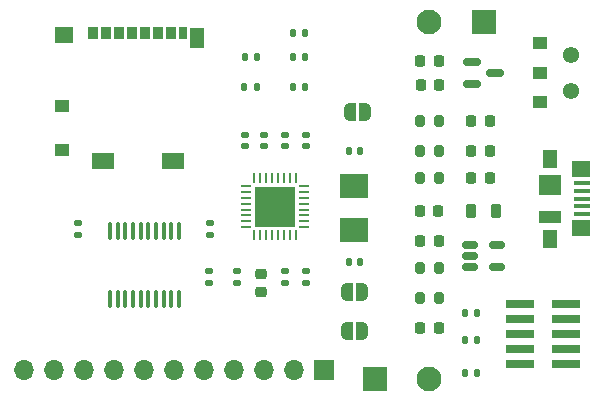
<source format=gbr>
%TF.GenerationSoftware,KiCad,Pcbnew,7.0.5*%
%TF.CreationDate,2023-10-10T15:43:23+02:00*%
%TF.ProjectId,sharp-ce140f-emul_v2,73686172-702d-4636-9531-3430662d656d,rev?*%
%TF.SameCoordinates,Original*%
%TF.FileFunction,Soldermask,Top*%
%TF.FilePolarity,Negative*%
%FSLAX46Y46*%
G04 Gerber Fmt 4.6, Leading zero omitted, Abs format (unit mm)*
G04 Created by KiCad (PCBNEW 7.0.5) date 2023-10-10 15:43:23*
%MOMM*%
%LPD*%
G01*
G04 APERTURE LIST*
G04 Aperture macros list*
%AMRoundRect*
0 Rectangle with rounded corners*
0 $1 Rounding radius*
0 $2 $3 $4 $5 $6 $7 $8 $9 X,Y pos of 4 corners*
0 Add a 4 corners polygon primitive as box body*
4,1,4,$2,$3,$4,$5,$6,$7,$8,$9,$2,$3,0*
0 Add four circle primitives for the rounded corners*
1,1,$1+$1,$2,$3*
1,1,$1+$1,$4,$5*
1,1,$1+$1,$6,$7*
1,1,$1+$1,$8,$9*
0 Add four rect primitives between the rounded corners*
20,1,$1+$1,$2,$3,$4,$5,0*
20,1,$1+$1,$4,$5,$6,$7,0*
20,1,$1+$1,$6,$7,$8,$9,0*
20,1,$1+$1,$8,$9,$2,$3,0*%
%AMFreePoly0*
4,1,19,0.500000,-0.750000,0.000000,-0.750000,0.000000,-0.744911,-0.071157,-0.744911,-0.207708,-0.704816,-0.327430,-0.627875,-0.420627,-0.520320,-0.479746,-0.390866,-0.500000,-0.250000,-0.500000,0.250000,-0.479746,0.390866,-0.420627,0.520320,-0.327430,0.627875,-0.207708,0.704816,-0.071157,0.744911,0.000000,0.744911,0.000000,0.750000,0.500000,0.750000,0.500000,-0.750000,0.500000,-0.750000,
$1*%
%AMFreePoly1*
4,1,19,0.000000,0.744911,0.071157,0.744911,0.207708,0.704816,0.327430,0.627875,0.420627,0.520320,0.479746,0.390866,0.500000,0.250000,0.500000,-0.250000,0.479746,-0.390866,0.420627,-0.520320,0.327430,-0.627875,0.207708,-0.704816,0.071157,-0.744911,0.000000,-0.744911,0.000000,-0.750000,-0.500000,-0.750000,-0.500000,0.750000,0.000000,0.750000,0.000000,0.744911,0.000000,0.744911,
$1*%
G04 Aperture macros list end*
%ADD10RoundRect,0.225000X-0.250000X0.225000X-0.250000X-0.225000X0.250000X-0.225000X0.250000X0.225000X0*%
%ADD11RoundRect,0.140000X-0.140000X-0.170000X0.140000X-0.170000X0.140000X0.170000X-0.140000X0.170000X0*%
%ADD12RoundRect,0.140000X0.170000X-0.140000X0.170000X0.140000X-0.170000X0.140000X-0.170000X-0.140000X0*%
%ADD13RoundRect,0.140000X-0.170000X0.140000X-0.170000X-0.140000X0.170000X-0.140000X0.170000X0.140000X0*%
%ADD14RoundRect,0.225000X-0.225000X-0.250000X0.225000X-0.250000X0.225000X0.250000X-0.225000X0.250000X0*%
%ADD15RoundRect,0.218750X0.218750X0.256250X-0.218750X0.256250X-0.218750X-0.256250X0.218750X-0.256250X0*%
%ADD16RoundRect,0.218750X-0.218750X-0.256250X0.218750X-0.256250X0.218750X0.256250X-0.218750X0.256250X0*%
%ADD17RoundRect,0.218750X-0.218750X-0.381250X0.218750X-0.381250X0.218750X0.381250X-0.218750X0.381250X0*%
%ADD18R,1.700000X1.700000*%
%ADD19O,1.700000X1.700000*%
%ADD20FreePoly0,180.000000*%
%ADD21FreePoly1,180.000000*%
%ADD22RoundRect,0.147500X-0.172500X0.147500X-0.172500X-0.147500X0.172500X-0.147500X0.172500X0.147500X0*%
%ADD23RoundRect,0.135000X-0.185000X0.135000X-0.185000X-0.135000X0.185000X-0.135000X0.185000X0.135000X0*%
%ADD24RoundRect,0.200000X0.200000X0.275000X-0.200000X0.275000X-0.200000X-0.275000X0.200000X-0.275000X0*%
%ADD25RoundRect,0.100000X-0.100000X0.637500X-0.100000X-0.637500X0.100000X-0.637500X0.100000X0.637500X0*%
%ADD26R,2.400000X2.000000*%
%ADD27RoundRect,0.250001X-0.799999X-0.799999X0.799999X-0.799999X0.799999X0.799999X-0.799999X0.799999X0*%
%ADD28C,2.100000*%
%ADD29R,1.380000X0.450000*%
%ADD30R,1.300000X1.650000*%
%ADD31R,1.550000X1.425000*%
%ADD32R,1.900000X1.800000*%
%ADD33R,1.900000X1.000000*%
%ADD34RoundRect,0.135000X-0.135000X-0.185000X0.135000X-0.185000X0.135000X0.185000X-0.135000X0.185000X0*%
%ADD35FreePoly0,0.000000*%
%ADD36FreePoly1,0.000000*%
%ADD37RoundRect,0.250001X0.799999X0.799999X-0.799999X0.799999X-0.799999X-0.799999X0.799999X-0.799999X0*%
%ADD38RoundRect,0.135000X0.135000X0.185000X-0.135000X0.185000X-0.135000X-0.185000X0.135000X-0.185000X0*%
%ADD39RoundRect,0.150000X-0.587500X-0.150000X0.587500X-0.150000X0.587500X0.150000X-0.587500X0.150000X0*%
%ADD40R,1.200000X1.000000*%
%ADD41C,1.381000*%
%ADD42RoundRect,0.200000X-0.200000X-0.275000X0.200000X-0.275000X0.200000X0.275000X-0.200000X0.275000X0*%
%ADD43RoundRect,0.062500X-0.062500X0.375000X-0.062500X-0.375000X0.062500X-0.375000X0.062500X0.375000X0*%
%ADD44RoundRect,0.062500X-0.375000X0.062500X-0.375000X-0.062500X0.375000X-0.062500X0.375000X0.062500X0*%
%ADD45R,3.450000X3.450000*%
%ADD46R,0.850000X1.100000*%
%ADD47R,0.750000X1.100000*%
%ADD48R,1.170000X1.800000*%
%ADD49R,1.900000X1.350000*%
%ADD50R,1.550000X1.350000*%
%ADD51R,2.400000X0.740000*%
%ADD52RoundRect,0.150000X-0.512500X-0.150000X0.512500X-0.150000X0.512500X0.150000X-0.512500X0.150000X0*%
G04 APERTURE END LIST*
D10*
%TO.C,C1*%
X156210000Y-110731000D03*
X156210000Y-112281000D03*
%TD*%
D11*
%TO.C,C2*%
X163604000Y-109728000D03*
X164564000Y-109728000D03*
%TD*%
D12*
%TO.C,C3*%
X159998000Y-99928000D03*
X159998000Y-98968000D03*
%TD*%
%TO.C,C4*%
X151892000Y-107414000D03*
X151892000Y-106454000D03*
%TD*%
D13*
%TO.C,C5*%
X154178000Y-110518000D03*
X154178000Y-111478000D03*
%TD*%
D11*
%TO.C,C6*%
X163604000Y-100330000D03*
X164564000Y-100330000D03*
%TD*%
D13*
%TO.C,C7*%
X151780000Y-110518000D03*
X151780000Y-111478000D03*
%TD*%
D14*
%TO.C,C10*%
X169684500Y-94728000D03*
X171234500Y-94728000D03*
%TD*%
%TO.C,C11*%
X169659000Y-107936000D03*
X171209000Y-107936000D03*
%TD*%
D15*
%TO.C,D1*%
X171221500Y-115302000D03*
X169646500Y-115302000D03*
%TD*%
D16*
%TO.C,D2*%
X173964500Y-102602000D03*
X175539500Y-102602000D03*
%TD*%
D17*
%TO.C,FB1*%
X173943500Y-105396000D03*
X176068500Y-105396000D03*
%TD*%
D18*
%TO.C,J2*%
X161544000Y-118872000D03*
D19*
X159004000Y-118872000D03*
X156464000Y-118872000D03*
X153924000Y-118872000D03*
X151384000Y-118872000D03*
X148844000Y-118872000D03*
X146304000Y-118872000D03*
X143764000Y-118872000D03*
X141224000Y-118872000D03*
X138684000Y-118872000D03*
X136144000Y-118872000D03*
%TD*%
D20*
%TO.C,JP1*%
X164988000Y-97028000D03*
D21*
X163688000Y-97028000D03*
%TD*%
D22*
%TO.C,L1*%
X154806000Y-98963000D03*
X154806000Y-99933000D03*
%TD*%
D23*
%TO.C,R1*%
X160020000Y-110488000D03*
X160020000Y-111508000D03*
%TD*%
%TO.C,R2*%
X140718000Y-106424000D03*
X140718000Y-107444000D03*
%TD*%
D24*
%TO.C,R3*%
X171259000Y-112762000D03*
X169609000Y-112762000D03*
%TD*%
D25*
%TO.C,U1*%
X149229000Y-107119500D03*
X148579000Y-107119500D03*
X147929000Y-107119500D03*
X147279000Y-107119500D03*
X146629000Y-107119500D03*
X145979000Y-107119500D03*
X145329000Y-107119500D03*
X144679000Y-107119500D03*
X144029000Y-107119500D03*
X143379000Y-107119500D03*
X143379000Y-112844500D03*
X144029000Y-112844500D03*
X144679000Y-112844500D03*
X145329000Y-112844500D03*
X145979000Y-112844500D03*
X146629000Y-112844500D03*
X147279000Y-112844500D03*
X147929000Y-112844500D03*
X148579000Y-112844500D03*
X149229000Y-112844500D03*
%TD*%
D26*
%TO.C,Y1*%
X164084000Y-107006000D03*
X164084000Y-103306000D03*
%TD*%
D27*
%TO.C,J1*%
X165834000Y-119634000D03*
D28*
X170434000Y-119634000D03*
%TD*%
D23*
%TO.C,R4*%
X158242000Y-110488000D03*
X158242000Y-111508000D03*
%TD*%
D29*
%TO.C,J3*%
X183324000Y-103066000D03*
X183324000Y-103716000D03*
X183324000Y-104366000D03*
X183324000Y-105016000D03*
X183324000Y-105666000D03*
D30*
X180664000Y-100991000D03*
D31*
X183239000Y-106853500D03*
D32*
X180664000Y-103216000D03*
D33*
X180664000Y-105916000D03*
D31*
X183239000Y-101878500D03*
D30*
X180664000Y-107741000D03*
%TD*%
D34*
%TO.C,R16*%
X173480000Y-119126000D03*
X174500000Y-119126000D03*
%TD*%
D35*
%TO.C,JP2*%
X163434000Y-112268000D03*
D36*
X164734000Y-112268000D03*
%TD*%
D24*
%TO.C,R7*%
X171259000Y-100316000D03*
X169609000Y-100316000D03*
%TD*%
D37*
%TO.C,J5*%
X175020000Y-89408000D03*
D28*
X170420000Y-89408000D03*
%TD*%
D11*
%TO.C,C13*%
X158898000Y-90304000D03*
X159858000Y-90304000D03*
%TD*%
D38*
%TO.C,R9*%
X155798000Y-92336000D03*
X154778000Y-92336000D03*
%TD*%
D12*
%TO.C,C8*%
X158220000Y-99928000D03*
X158220000Y-98968000D03*
%TD*%
D14*
%TO.C,C14*%
X169646000Y-105396000D03*
X171196000Y-105396000D03*
%TD*%
D38*
%TO.C,R10*%
X159888000Y-94876000D03*
X158868000Y-94876000D03*
%TD*%
D39*
%TO.C,U5*%
X174068500Y-92776000D03*
X174068500Y-94676000D03*
X175943500Y-93726000D03*
%TD*%
D40*
%TO.C,SW1*%
X179814000Y-96212000D03*
X179814000Y-93712000D03*
X179814000Y-91212000D03*
D41*
X182414000Y-95212000D03*
X182414000Y-92212000D03*
%TD*%
D15*
%TO.C,D3*%
X175539500Y-100316000D03*
X173964500Y-100316000D03*
%TD*%
D34*
%TO.C,R13*%
X173480000Y-116332000D03*
X174500000Y-116332000D03*
%TD*%
D38*
%TO.C,R8*%
X155796000Y-94876000D03*
X154776000Y-94876000D03*
%TD*%
D34*
%TO.C,R15*%
X173480000Y-114046000D03*
X174500000Y-114046000D03*
%TD*%
D42*
%TO.C,R12*%
X169609000Y-97776000D03*
X171259000Y-97776000D03*
%TD*%
D35*
%TO.C,JP3*%
X163434000Y-115570000D03*
D36*
X164734000Y-115570000D03*
%TD*%
D43*
%TO.C,U2*%
X159096000Y-102598500D03*
X158596000Y-102598500D03*
X158096000Y-102598500D03*
X157596000Y-102598500D03*
X157096000Y-102598500D03*
X156596000Y-102598500D03*
X156096000Y-102598500D03*
X155596000Y-102598500D03*
D44*
X154908500Y-103286000D03*
X154908500Y-103786000D03*
X154908500Y-104286000D03*
X154908500Y-104786000D03*
X154908500Y-105286000D03*
X154908500Y-105786000D03*
X154908500Y-106286000D03*
X154908500Y-106786000D03*
D43*
X155596000Y-107473500D03*
X156096000Y-107473500D03*
X156596000Y-107473500D03*
X157096000Y-107473500D03*
X157596000Y-107473500D03*
X158096000Y-107473500D03*
X158596000Y-107473500D03*
X159096000Y-107473500D03*
D44*
X159783500Y-106786000D03*
X159783500Y-106286000D03*
X159783500Y-105786000D03*
X159783500Y-105286000D03*
X159783500Y-104786000D03*
X159783500Y-104286000D03*
X159783500Y-103786000D03*
X159783500Y-103286000D03*
D45*
X157346000Y-105036000D03*
%TD*%
D16*
%TO.C,D4*%
X169646500Y-92696000D03*
X171221500Y-92696000D03*
%TD*%
D14*
%TO.C,C12*%
X173977000Y-97776000D03*
X175527000Y-97776000D03*
%TD*%
D46*
%TO.C,J4*%
X141929000Y-90371500D03*
X143029000Y-90371500D03*
X144129000Y-90371500D03*
X145229000Y-90371500D03*
X146329000Y-90371500D03*
X147429000Y-90371500D03*
X148529000Y-90371500D03*
D47*
X149579000Y-90371500D03*
D40*
X139294000Y-96521500D03*
X139294000Y-100221500D03*
D48*
X150789000Y-90721500D03*
D49*
X148764000Y-101196500D03*
D50*
X139469000Y-90496500D03*
D49*
X142794000Y-101196500D03*
%TD*%
D42*
%TO.C,R5*%
X169609000Y-110236000D03*
X171259000Y-110236000D03*
%TD*%
D38*
%TO.C,R11*%
X159886000Y-92336000D03*
X158866000Y-92336000D03*
%TD*%
D51*
%TO.C,J6*%
X178136000Y-113270000D03*
X182036000Y-113270000D03*
X178136000Y-114540000D03*
X182036000Y-114540000D03*
X178136000Y-115810000D03*
X182036000Y-115810000D03*
X178136000Y-117080000D03*
X182036000Y-117080000D03*
X178136000Y-118350000D03*
X182036000Y-118350000D03*
%TD*%
D12*
%TO.C,C9*%
X156442000Y-99928000D03*
X156442000Y-98968000D03*
%TD*%
D24*
%TO.C,R6*%
X171259000Y-102602000D03*
X169609000Y-102602000D03*
%TD*%
D52*
%TO.C,U4*%
X173868500Y-108270000D03*
X173868500Y-109220000D03*
X173868500Y-110170000D03*
X176143500Y-110170000D03*
X176143500Y-108270000D03*
%TD*%
M02*

</source>
